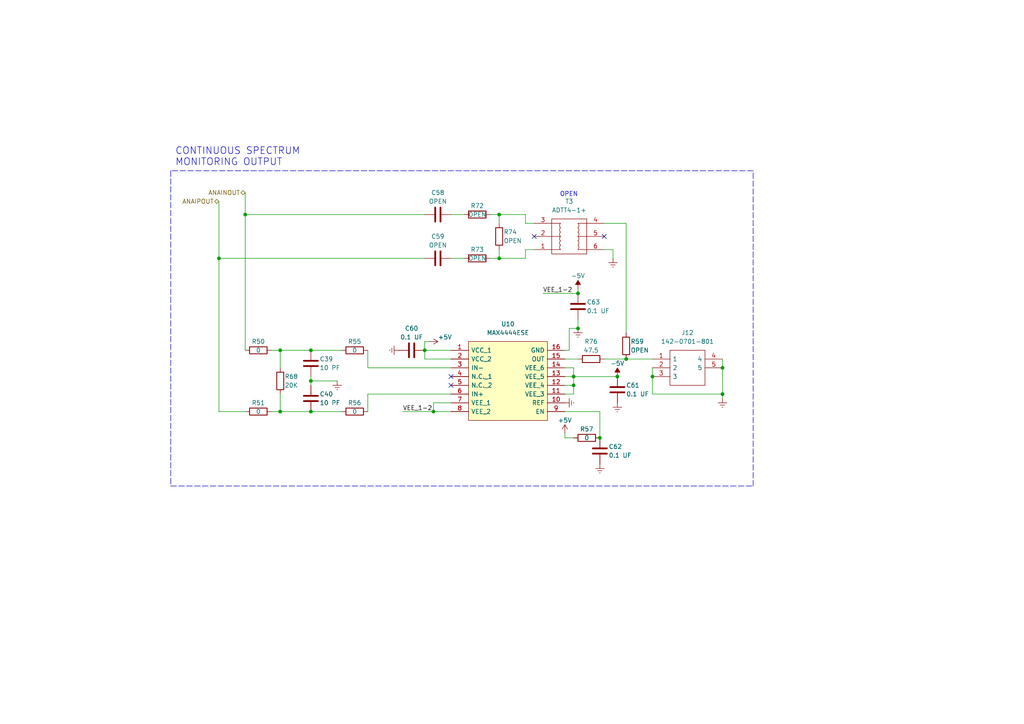
<source format=kicad_sch>
(kicad_sch (version 20211123) (generator eeschema)

  (uuid 684297f8-8ec8-482c-bd12-6daf07a178f7)

  (paper "A4")

  (title_block
    (company "Tim McEvoy/Virginia Tech")
  )

  (lib_symbols
    (symbol "142-0701-201:142-0701-201" (pin_names (offset 0.762)) (in_bom yes) (on_board yes)
      (property "Reference" "J" (id 0) (at 16.51 7.62 0)
        (effects (font (size 1.27 1.27)) (justify left))
      )
      (property "Value" "142-0701-201" (id 1) (at 16.51 5.08 0)
        (effects (font (size 1.27 1.27)) (justify left))
      )
      (property "Footprint" "1420701201" (id 2) (at 16.51 2.54 0)
        (effects (font (size 1.27 1.27)) (justify left) hide)
      )
      (property "Datasheet" "https://datasheet.datasheetarchive.com/originals/distributors/Datasheets_SAMA/f0edfbb4fd3b9d8af3607c026aa358ce.pdf" (id 3) (at 16.51 0 0)
        (effects (font (size 1.27 1.27)) (justify left) hide)
      )
      (property "Description" "JOHNSON - CINCH CONNECTIVITY - 142-0701-201 - RF COAXIAL, SMA, STRAIGHT JACK, 50OHM" (id 4) (at 16.51 -2.54 0)
        (effects (font (size 1.27 1.27)) (justify left) hide)
      )
      (property "Height" "9.52" (id 5) (at 16.51 -5.08 0)
        (effects (font (size 1.27 1.27)) (justify left) hide)
      )
      (property "Manufacturer_Name" "Cinch Connectivity Solutions" (id 6) (at 16.51 -7.62 0)
        (effects (font (size 1.27 1.27)) (justify left) hide)
      )
      (property "Manufacturer_Part_Number" "142-0701-201" (id 7) (at 16.51 -10.16 0)
        (effects (font (size 1.27 1.27)) (justify left) hide)
      )
      (property "Mouser Part Number" "530-142-0701-201" (id 8) (at 16.51 -12.7 0)
        (effects (font (size 1.27 1.27)) (justify left) hide)
      )
      (property "Mouser Price/Stock" "https://www.mouser.co.uk/ProductDetail/Johnson-Cinch-Connectivity-Solutions/142-0701-201?qs=sh18mOF39qY1deZe7h2WsQ%3D%3D" (id 9) (at 16.51 -15.24 0)
        (effects (font (size 1.27 1.27)) (justify left) hide)
      )
      (property "Arrow Part Number" "142-0701-201" (id 10) (at 16.51 -17.78 0)
        (effects (font (size 1.27 1.27)) (justify left) hide)
      )
      (property "Arrow Price/Stock" "https://www.arrow.com/en/products/142-0701-201/cinch-connectivity-solutions?region=nac" (id 11) (at 16.51 -20.32 0)
        (effects (font (size 1.27 1.27)) (justify left) hide)
      )
      (property "Mouser Testing Part Number" "" (id 12) (at 16.51 -22.86 0)
        (effects (font (size 1.27 1.27)) (justify left) hide)
      )
      (property "Mouser Testing Price/Stock" "" (id 13) (at 16.51 -25.4 0)
        (effects (font (size 1.27 1.27)) (justify left) hide)
      )
      (property "ki_description" "JOHNSON - CINCH CONNECTIVITY - 142-0701-201 - RF COAXIAL, SMA, STRAIGHT JACK, 50OHM" (id 14) (at 0 0 0)
        (effects (font (size 1.27 1.27)) hide)
      )
      (symbol "142-0701-201_0_0"
        (pin passive line (at 0 0 0) (length 5.08)
          (name "1" (effects (font (size 1.27 1.27))))
          (number "1" (effects (font (size 1.27 1.27))))
        )
        (pin passive line (at 0 -2.54 0) (length 5.08)
          (name "2" (effects (font (size 1.27 1.27))))
          (number "2" (effects (font (size 1.27 1.27))))
        )
        (pin passive line (at 0 -5.08 0) (length 5.08)
          (name "3" (effects (font (size 1.27 1.27))))
          (number "3" (effects (font (size 1.27 1.27))))
        )
        (pin passive line (at 20.32 0 180) (length 5.08)
          (name "4" (effects (font (size 1.27 1.27))))
          (number "4" (effects (font (size 1.27 1.27))))
        )
        (pin passive line (at 20.32 -2.54 180) (length 5.08)
          (name "5" (effects (font (size 1.27 1.27))))
          (number "5" (effects (font (size 1.27 1.27))))
        )
      )
      (symbol "142-0701-201_0_1"
        (polyline
          (pts
            (xy 5.08 2.54)
            (xy 15.24 2.54)
            (xy 15.24 -7.62)
            (xy 5.08 -7.62)
            (xy 5.08 2.54)
          )
          (stroke (width 0.1524) (type default) (color 0 0 0 0))
          (fill (type none))
        )
      )
    )
    (symbol "142-0701-201_1" (pin_names (offset 0.762)) (in_bom yes) (on_board yes)
      (property "Reference" "T?" (id 0) (at 10.16 7.62 0)
        (effects (font (size 1.27 1.27)))
      )
      (property "Value" "142-0701-201_1" (id 1) (at 10.16 5.08 0)
        (effects (font (size 1.27 1.27)))
      )
      (property "Footprint" "" (id 2) (at 16.51 2.54 0)
        (effects (font (size 1.27 1.27)) (justify left) hide)
      )
      (property "Datasheet" "" (id 3) (at 16.51 0 0)
        (effects (font (size 1.27 1.27)) (justify left) hide)
      )
      (property "Description" "" (id 4) (at 16.51 -2.54 0)
        (effects (font (size 1.27 1.27)) (justify left) hide)
      )
      (property "Height" "" (id 5) (at 16.51 -5.08 0)
        (effects (font (size 1.27 1.27)) (justify left) hide)
      )
      (property "Manufacturer_Name" "" (id 6) (at 16.51 -7.62 0)
        (effects (font (size 1.27 1.27)) (justify left) hide)
      )
      (property "Manufacturer_Part_Number" "" (id 7) (at 16.51 -10.16 0)
        (effects (font (size 1.27 1.27)) (justify left) hide)
      )
      (property "Mouser Part Number" "" (id 8) (at 16.51 -12.7 0)
        (effects (font (size 1.27 1.27)) (justify left) hide)
      )
      (property "Mouser Price/Stock" "" (id 9) (at 16.51 -15.24 0)
        (effects (font (size 1.27 1.27)) (justify left) hide)
      )
      (property "Arrow Part Number" "" (id 10) (at 16.51 -17.78 0)
        (effects (font (size 1.27 1.27)) (justify left) hide)
      )
      (property "Arrow Price/Stock" "" (id 11) (at 16.51 -20.32 0)
        (effects (font (size 1.27 1.27)) (justify left) hide)
      )
      (property "Mouser Testing Part Number" "" (id 12) (at 16.51 -22.86 0)
        (effects (font (size 1.27 1.27)) (justify left) hide)
      )
      (property "Mouser Testing Price/Stock" "" (id 13) (at 16.51 -25.4 0)
        (effects (font (size 1.27 1.27)) (justify left) hide)
      )
      (property "ki_description" "JOHNSON - CINCH CONNECTIVITY - 142-0701-201 - RF COAXIAL, SMA, STRAIGHT JACK, 50OHM" (id 14) (at 0 0 0)
        (effects (font (size 1.27 1.27)) hide)
      )
      (symbol "142-0701-201_1_0_0"
        (pin passive line (at 0 -6.35 0) (length 5.08)
          (name "" (effects (font (size 1.27 1.27))))
          (number "1" (effects (font (size 1.27 1.27))))
        )
        (pin passive line (at 0 -2.54 0) (length 5.08)
          (name "" (effects (font (size 1.27 1.27))))
          (number "2" (effects (font (size 1.27 1.27))))
        )
        (pin passive line (at 0 1.27 0) (length 5.08)
          (name "" (effects (font (size 1.27 1.27))))
          (number "3" (effects (font (size 1.27 1.27))))
        )
        (pin passive line (at 20.32 1.27 180) (length 5.08)
          (name "" (effects (font (size 1.27 1.27))))
          (number "4" (effects (font (size 1.27 1.27))))
        )
        (pin passive line (at 20.32 -2.54 180) (length 5.08)
          (name "" (effects (font (size 1.27 1.27))))
          (number "5" (effects (font (size 1.27 1.27))))
        )
        (pin passive line (at 20.32 -6.35 180) (length 5.08)
          (name "" (effects (font (size 1.27 1.27))))
          (number "6" (effects (font (size 1.27 1.27))))
        )
      )
      (symbol "142-0701-201_1_0_1"
        (polyline
          (pts
            (xy 5.08 -2.54)
            (xy 7.62 -2.54)
          )
          (stroke (width 0) (type default) (color 0 0 0 0))
          (fill (type none))
        )
        (polyline
          (pts
            (xy 5.08 1.27)
            (xy 7.62 1.27)
          )
          (stroke (width 0) (type default) (color 0 0 0 0))
          (fill (type none))
        )
        (polyline
          (pts
            (xy 7.62 -6.35)
            (xy 5.08 -6.35)
          )
          (stroke (width 0) (type default) (color 0 0 0 0))
          (fill (type none))
        )
        (polyline
          (pts
            (xy 12.7 -6.35)
            (xy 15.24 -6.35)
          )
          (stroke (width 0) (type default) (color 0 0 0 0))
          (fill (type none))
        )
        (polyline
          (pts
            (xy 15.24 -2.54)
            (xy 12.7 -2.54)
          )
          (stroke (width 0) (type default) (color 0 0 0 0))
          (fill (type none))
        )
        (polyline
          (pts
            (xy 15.24 1.27)
            (xy 12.7 1.27)
          )
          (stroke (width 0) (type default) (color 0 0 0 0))
          (fill (type none))
        )
        (polyline
          (pts
            (xy 5.08 2.54)
            (xy 15.24 2.54)
            (xy 15.24 -7.62)
            (xy 5.08 -7.62)
            (xy 5.08 2.54)
          )
          (stroke (width 0.1524) (type default) (color 0 0 0 0))
          (fill (type none))
        )
        (arc (start 7.62 -5.08) (mid 6.087 -5.715) (end 7.62 -6.35)
          (stroke (width 0) (type default) (color 0 0 0 0))
          (fill (type none))
        )
        (arc (start 7.62 -3.81) (mid 6.087 -4.445) (end 7.62 -5.08)
          (stroke (width 0) (type default) (color 0 0 0 0))
          (fill (type none))
        )
        (arc (start 7.62 -2.54) (mid 6.087 -3.175) (end 7.62 -3.81)
          (stroke (width 0) (type default) (color 0 0 0 0))
          (fill (type none))
        )
        (arc (start 7.62 -1.27) (mid 6.087 -1.905) (end 7.62 -2.54)
          (stroke (width 0) (type default) (color 0 0 0 0))
          (fill (type none))
        )
        (arc (start 7.62 0) (mid 6.087 -0.635) (end 7.62 -1.27)
          (stroke (width 0) (type default) (color 0 0 0 0))
          (fill (type none))
        )
        (arc (start 7.62 1.27) (mid 6.087 0.635) (end 7.62 0)
          (stroke (width 0) (type default) (color 0 0 0 0))
          (fill (type none))
        )
        (arc (start 12.7 -6.35) (mid 14.233 -5.715) (end 12.7 -5.08)
          (stroke (width 0) (type default) (color 0 0 0 0))
          (fill (type none))
        )
        (arc (start 12.7 -5.08) (mid 14.233 -4.445) (end 12.7 -3.81)
          (stroke (width 0) (type default) (color 0 0 0 0))
          (fill (type none))
        )
        (arc (start 12.7 -3.81) (mid 14.233 -3.175) (end 12.7 -2.54)
          (stroke (width 0) (type default) (color 0 0 0 0))
          (fill (type none))
        )
        (arc (start 12.7 -2.54) (mid 14.233 -1.905) (end 12.7 -1.27)
          (stroke (width 0) (type default) (color 0 0 0 0))
          (fill (type none))
        )
        (arc (start 12.7 -1.27) (mid 14.233 -0.635) (end 12.7 0)
          (stroke (width 0) (type default) (color 0 0 0 0))
          (fill (type none))
        )
        (arc (start 12.7 0) (mid 14.233 0.635) (end 12.7 1.27)
          (stroke (width 0) (type default) (color 0 0 0 0))
          (fill (type none))
        )
      )
    )
    (symbol "Device:C" (pin_numbers hide) (pin_names (offset 0.254)) (in_bom yes) (on_board yes)
      (property "Reference" "C" (id 0) (at 0.635 2.54 0)
        (effects (font (size 1.27 1.27)) (justify left))
      )
      (property "Value" "C" (id 1) (at 0.635 -2.54 0)
        (effects (font (size 1.27 1.27)) (justify left))
      )
      (property "Footprint" "" (id 2) (at 0.9652 -3.81 0)
        (effects (font (size 1.27 1.27)) hide)
      )
      (property "Datasheet" "~" (id 3) (at 0 0 0)
        (effects (font (size 1.27 1.27)) hide)
      )
      (property "ki_keywords" "cap capacitor" (id 4) (at 0 0 0)
        (effects (font (size 1.27 1.27)) hide)
      )
      (property "ki_description" "Unpolarized capacitor" (id 5) (at 0 0 0)
        (effects (font (size 1.27 1.27)) hide)
      )
      (property "ki_fp_filters" "C_*" (id 6) (at 0 0 0)
        (effects (font (size 1.27 1.27)) hide)
      )
      (symbol "C_0_1"
        (polyline
          (pts
            (xy -2.032 -0.762)
            (xy 2.032 -0.762)
          )
          (stroke (width 0.508) (type default) (color 0 0 0 0))
          (fill (type none))
        )
        (polyline
          (pts
            (xy -2.032 0.762)
            (xy 2.032 0.762)
          )
          (stroke (width 0.508) (type default) (color 0 0 0 0))
          (fill (type none))
        )
      )
      (symbol "C_1_1"
        (pin passive line (at 0 3.81 270) (length 2.794)
          (name "~" (effects (font (size 1.27 1.27))))
          (number "1" (effects (font (size 1.27 1.27))))
        )
        (pin passive line (at 0 -3.81 90) (length 2.794)
          (name "~" (effects (font (size 1.27 1.27))))
          (number "2" (effects (font (size 1.27 1.27))))
        )
      )
    )
    (symbol "Device:R" (pin_numbers hide) (pin_names (offset 0)) (in_bom yes) (on_board yes)
      (property "Reference" "R" (id 0) (at 2.032 0 90)
        (effects (font (size 1.27 1.27)))
      )
      (property "Value" "R" (id 1) (at 0 0 90)
        (effects (font (size 1.27 1.27)))
      )
      (property "Footprint" "" (id 2) (at -1.778 0 90)
        (effects (font (size 1.27 1.27)) hide)
      )
      (property "Datasheet" "~" (id 3) (at 0 0 0)
        (effects (font (size 1.27 1.27)) hide)
      )
      (property "ki_keywords" "R res resistor" (id 4) (at 0 0 0)
        (effects (font (size 1.27 1.27)) hide)
      )
      (property "ki_description" "Resistor" (id 5) (at 0 0 0)
        (effects (font (size 1.27 1.27)) hide)
      )
      (property "ki_fp_filters" "R_*" (id 6) (at 0 0 0)
        (effects (font (size 1.27 1.27)) hide)
      )
      (symbol "R_0_1"
        (rectangle (start -1.016 -2.54) (end 1.016 2.54)
          (stroke (width 0.254) (type default) (color 0 0 0 0))
          (fill (type none))
        )
      )
      (symbol "R_1_1"
        (pin passive line (at 0 3.81 270) (length 1.27)
          (name "~" (effects (font (size 1.27 1.27))))
          (number "1" (effects (font (size 1.27 1.27))))
        )
        (pin passive line (at 0 -3.81 90) (length 1.27)
          (name "~" (effects (font (size 1.27 1.27))))
          (number "2" (effects (font (size 1.27 1.27))))
        )
      )
    )
    (symbol "MAX4444ESE+:MAX4444ESE+" (pin_names (offset 0.762)) (in_bom yes) (on_board yes)
      (property "Reference" "U10" (id 0) (at 16.51 7.62 0)
        (effects (font (size 1.27 1.27)))
      )
      (property "Value" "MAX4444ESE" (id 1) (at 16.51 5.08 0)
        (effects (font (size 1.27 1.27)))
      )
      (property "Footprint" "SOIC127P600X175-16N" (id 2) (at 29.21 2.54 0)
        (effects (font (size 1.27 1.27)) (justify left) hide)
      )
      (property "Datasheet" "https://datasheet.datasheetarchive.com/originals/distributors/Datasheets-18/DSA-341081.pdf" (id 3) (at 29.21 0 0)
        (effects (font (size 1.27 1.27)) (justify left) hide)
      )
      (property "Description" "Differential-to-Single Receiver SOIC16" (id 4) (at 29.21 -2.54 0)
        (effects (font (size 1.27 1.27)) (justify left) hide)
      )
      (property "Height" "1.75" (id 5) (at 29.21 -5.08 0)
        (effects (font (size 1.27 1.27)) (justify left) hide)
      )
      (property "Manufacturer_Name" "Analog Devices" (id 6) (at 29.21 -7.62 0)
        (effects (font (size 1.27 1.27)) (justify left) hide)
      )
      (property "Manufacturer_Part_Number" "MAX4444ESE+" (id 7) (at 29.21 -10.16 0)
        (effects (font (size 1.27 1.27)) (justify left) hide)
      )
      (property "Mouser Part Number" "700-MAX4444ESE" (id 8) (at 29.21 -12.7 0)
        (effects (font (size 1.27 1.27)) (justify left) hide)
      )
      (property "Mouser Price/Stock" "https://www.mouser.co.uk/ProductDetail/Maxim-Integrated/MAX4444ESE%2b?qs=LHmEVA8xxfawvSRfDBn%2F9g%3D%3D" (id 9) (at 29.21 -15.24 0)
        (effects (font (size 1.27 1.27)) (justify left) hide)
      )
      (property "Arrow Part Number" "MAX4444ESE+" (id 10) (at 29.21 -17.78 0)
        (effects (font (size 1.27 1.27)) (justify left) hide)
      )
      (property "Arrow Price/Stock" "https://www.arrow.com/en/products/max4444ese/maxim-integrated?region=nac" (id 11) (at 29.21 -20.32 0)
        (effects (font (size 1.27 1.27)) (justify left) hide)
      )
      (property "Mouser Testing Part Number" "" (id 12) (at 29.21 -22.86 0)
        (effects (font (size 1.27 1.27)) (justify left) hide)
      )
      (property "Mouser Testing Price/Stock" "" (id 13) (at 29.21 -25.4 0)
        (effects (font (size 1.27 1.27)) (justify left) hide)
      )
      (property "ki_description" "Differential-to-Single Receiver SOIC16" (id 14) (at 0 0 0)
        (effects (font (size 1.27 1.27)) hide)
      )
      (symbol "MAX4444ESE+_0_0"
        (pin passive line (at 0 0 0) (length 5.08)
          (name "VCC_1" (effects (font (size 1.27 1.27))))
          (number "1" (effects (font (size 1.27 1.27))))
        )
        (pin passive line (at 33.02 -15.24 180) (length 5.08)
          (name "REF" (effects (font (size 1.27 1.27))))
          (number "10" (effects (font (size 1.27 1.27))))
        )
        (pin passive line (at 33.02 -12.7 180) (length 5.08)
          (name "VEE_3" (effects (font (size 1.27 1.27))))
          (number "11" (effects (font (size 1.27 1.27))))
        )
        (pin passive line (at 33.02 -10.16 180) (length 5.08)
          (name "VEE_4" (effects (font (size 1.27 1.27))))
          (number "12" (effects (font (size 1.27 1.27))))
        )
        (pin passive line (at 33.02 -7.62 180) (length 5.08)
          (name "VEE_5" (effects (font (size 1.27 1.27))))
          (number "13" (effects (font (size 1.27 1.27))))
        )
        (pin passive line (at 33.02 -5.08 180) (length 5.08)
          (name "VEE_6" (effects (font (size 1.27 1.27))))
          (number "14" (effects (font (size 1.27 1.27))))
        )
        (pin passive line (at 33.02 -2.54 180) (length 5.08)
          (name "OUT" (effects (font (size 1.27 1.27))))
          (number "15" (effects (font (size 1.27 1.27))))
        )
        (pin passive line (at 33.02 0 180) (length 5.08)
          (name "GND" (effects (font (size 1.27 1.27))))
          (number "16" (effects (font (size 1.27 1.27))))
        )
        (pin passive line (at 0 -2.54 0) (length 5.08)
          (name "VCC_2" (effects (font (size 1.27 1.27))))
          (number "2" (effects (font (size 1.27 1.27))))
        )
        (pin passive line (at 0 -5.08 0) (length 5.08)
          (name "IN-" (effects (font (size 1.27 1.27))))
          (number "3" (effects (font (size 1.27 1.27))))
        )
        (pin passive line (at 0 -7.62 0) (length 5.08)
          (name "N.C._1" (effects (font (size 1.27 1.27))))
          (number "4" (effects (font (size 1.27 1.27))))
        )
        (pin passive line (at 0 -10.16 0) (length 5.08)
          (name "N.C._2" (effects (font (size 1.27 1.27))))
          (number "5" (effects (font (size 1.27 1.27))))
        )
        (pin passive line (at 0 -12.7 0) (length 5.08)
          (name "IN+" (effects (font (size 1.27 1.27))))
          (number "6" (effects (font (size 1.27 1.27))))
        )
        (pin passive line (at 0 -15.24 0) (length 5.08)
          (name "VEE_1" (effects (font (size 1.27 1.27))))
          (number "7" (effects (font (size 1.27 1.27))))
        )
        (pin passive line (at 0 -17.78 0) (length 5.08)
          (name "VEE_2" (effects (font (size 1.27 1.27))))
          (number "8" (effects (font (size 1.27 1.27))))
        )
        (pin passive line (at 33.02 -17.78 180) (length 5.08)
          (name "EN" (effects (font (size 1.27 1.27))))
          (number "9" (effects (font (size 1.27 1.27))))
        )
      )
      (symbol "MAX4444ESE+_0_1"
        (polyline
          (pts
            (xy 5.08 2.54)
            (xy 27.94 2.54)
            (xy 27.94 -20.32)
            (xy 5.08 -20.32)
            (xy 5.08 2.54)
          )
          (stroke (width 0.1524) (type default) (color 0 0 0 0))
          (fill (type background))
        )
      )
    )
    (symbol "power:+5V" (power) (pin_names (offset 0)) (in_bom yes) (on_board yes)
      (property "Reference" "#PWR" (id 0) (at 0 -3.81 0)
        (effects (font (size 1.27 1.27)) hide)
      )
      (property "Value" "+5V" (id 1) (at 0 3.556 0)
        (effects (font (size 1.27 1.27)))
      )
      (property "Footprint" "" (id 2) (at 0 0 0)
        (effects (font (size 1.27 1.27)) hide)
      )
      (property "Datasheet" "" (id 3) (at 0 0 0)
        (effects (font (size 1.27 1.27)) hide)
      )
      (property "ki_keywords" "power-flag" (id 4) (at 0 0 0)
        (effects (font (size 1.27 1.27)) hide)
      )
      (property "ki_description" "Power symbol creates a global label with name \"+5V\"" (id 5) (at 0 0 0)
        (effects (font (size 1.27 1.27)) hide)
      )
      (symbol "+5V_0_1"
        (polyline
          (pts
            (xy -0.762 1.27)
            (xy 0 2.54)
          )
          (stroke (width 0) (type default) (color 0 0 0 0))
          (fill (type none))
        )
        (polyline
          (pts
            (xy 0 0)
            (xy 0 2.54)
          )
          (stroke (width 0) (type default) (color 0 0 0 0))
          (fill (type none))
        )
        (polyline
          (pts
            (xy 0 2.54)
            (xy 0.762 1.27)
          )
          (stroke (width 0) (type default) (color 0 0 0 0))
          (fill (type none))
        )
      )
      (symbol "+5V_1_1"
        (pin power_in line (at 0 0 90) (length 0) hide
          (name "+5V" (effects (font (size 1.27 1.27))))
          (number "1" (effects (font (size 1.27 1.27))))
        )
      )
    )
    (symbol "power:-5V" (power) (pin_names (offset 0)) (in_bom yes) (on_board yes)
      (property "Reference" "#PWR" (id 0) (at 0 2.54 0)
        (effects (font (size 1.27 1.27)) hide)
      )
      (property "Value" "-5V" (id 1) (at 0 3.81 0)
        (effects (font (size 1.27 1.27)))
      )
      (property "Footprint" "" (id 2) (at 0 0 0)
        (effects (font (size 1.27 1.27)) hide)
      )
      (property "Datasheet" "" (id 3) (at 0 0 0)
        (effects (font (size 1.27 1.27)) hide)
      )
      (property "ki_keywords" "power-flag" (id 4) (at 0 0 0)
        (effects (font (size 1.27 1.27)) hide)
      )
      (property "ki_description" "Power symbol creates a global label with name \"-5V\"" (id 5) (at 0 0 0)
        (effects (font (size 1.27 1.27)) hide)
      )
      (symbol "-5V_0_0"
        (pin power_in line (at 0 0 90) (length 0) hide
          (name "-5V" (effects (font (size 1.27 1.27))))
          (number "1" (effects (font (size 1.27 1.27))))
        )
      )
      (symbol "-5V_0_1"
        (polyline
          (pts
            (xy 0 0)
            (xy 0 1.27)
            (xy 0.762 1.27)
            (xy 0 2.54)
            (xy -0.762 1.27)
            (xy 0 1.27)
          )
          (stroke (width 0) (type default) (color 0 0 0 0))
          (fill (type outline))
        )
      )
    )
    (symbol "power:Earth" (power) (pin_names (offset 0)) (in_bom yes) (on_board yes)
      (property "Reference" "#PWR" (id 0) (at 0 -6.35 0)
        (effects (font (size 1.27 1.27)) hide)
      )
      (property "Value" "Earth" (id 1) (at 0 -3.81 0)
        (effects (font (size 1.27 1.27)) hide)
      )
      (property "Footprint" "" (id 2) (at 0 0 0)
        (effects (font (size 1.27 1.27)) hide)
      )
      (property "Datasheet" "~" (id 3) (at 0 0 0)
        (effects (font (size 1.27 1.27)) hide)
      )
      (property "ki_keywords" "power-flag ground gnd" (id 4) (at 0 0 0)
        (effects (font (size 1.27 1.27)) hide)
      )
      (property "ki_description" "Power symbol creates a global label with name \"Earth\"" (id 5) (at 0 0 0)
        (effects (font (size 1.27 1.27)) hide)
      )
      (symbol "Earth_0_1"
        (polyline
          (pts
            (xy -0.635 -1.905)
            (xy 0.635 -1.905)
          )
          (stroke (width 0) (type default) (color 0 0 0 0))
          (fill (type none))
        )
        (polyline
          (pts
            (xy -0.127 -2.54)
            (xy 0.127 -2.54)
          )
          (stroke (width 0) (type default) (color 0 0 0 0))
          (fill (type none))
        )
        (polyline
          (pts
            (xy 0 -1.27)
            (xy 0 0)
          )
          (stroke (width 0) (type default) (color 0 0 0 0))
          (fill (type none))
        )
        (polyline
          (pts
            (xy 1.27 -1.27)
            (xy -1.27 -1.27)
          )
          (stroke (width 0) (type default) (color 0 0 0 0))
          (fill (type none))
        )
      )
      (symbol "Earth_1_1"
        (pin power_in line (at 0 0 270) (length 0) hide
          (name "Earth" (effects (font (size 1.27 1.27))))
          (number "1" (effects (font (size 1.27 1.27))))
        )
      )
    )
  )

  (junction (at 173.99 127) (diameter 0) (color 0 0 0 0)
    (uuid 19633c5e-abaa-428b-8497-50fb4f709ebd)
  )
  (junction (at 90.17 119.38) (diameter 0) (color 0 0 0 0)
    (uuid 2039aabd-0c13-4e57-b4b1-8e99e0acb980)
  )
  (junction (at 81.28 119.38) (diameter 0) (color 0 0 0 0)
    (uuid 23bc8b3d-2132-4c92-9b59-611db0cc7b1c)
  )
  (junction (at 166.37 109.22) (diameter 0) (color 0 0 0 0)
    (uuid 3edca38f-cda5-488f-89f0-58d6501b21c6)
  )
  (junction (at 81.28 101.6) (diameter 0) (color 0 0 0 0)
    (uuid 603d8990-0dab-4daa-9e83-0f3aea30ed2b)
  )
  (junction (at 71.12 62.23) (diameter 0) (color 0 0 0 0)
    (uuid 637bb1c1-c3a7-495c-9020-0b3f649a3a0e)
  )
  (junction (at 179.07 109.22) (diameter 0) (color 0 0 0 0)
    (uuid 63c75abb-da8c-4241-aa04-91263525e2ef)
  )
  (junction (at 63.5 74.93) (diameter 0) (color 0 0 0 0)
    (uuid 6d87e816-f9f0-4da4-aaa2-324c095c282c)
  )
  (junction (at 90.17 101.6) (diameter 0) (color 0 0 0 0)
    (uuid 910d8535-47ec-454e-97cf-b1f2bfc85c08)
  )
  (junction (at 144.78 74.93) (diameter 0) (color 0 0 0 0)
    (uuid 990e4ae4-9685-4201-bbfa-894c35e61d0e)
  )
  (junction (at 167.64 85.09) (diameter 0) (color 0 0 0 0)
    (uuid a55cd0be-fd0b-4321-9a2b-237955d7cac2)
  )
  (junction (at 167.64 95.25) (diameter 0) (color 0 0 0 0)
    (uuid b5999777-d861-4783-ab2a-eb3aeb0d2caa)
  )
  (junction (at 209.55 114.3) (diameter 0) (color 0 0 0 0)
    (uuid b7d4a4d6-c0e3-49d4-a5c5-18e448b3275a)
  )
  (junction (at 123.19 101.6) (diameter 0) (color 0 0 0 0)
    (uuid b82d2716-d27a-4721-93b3-5d287f6ad90d)
  )
  (junction (at 181.61 104.14) (diameter 0) (color 0 0 0 0)
    (uuid d17806fd-5f45-49c5-b05f-492859f20d86)
  )
  (junction (at 189.23 109.22) (diameter 0) (color 0 0 0 0)
    (uuid d5826b21-3144-4424-b47e-038ceee3c33e)
  )
  (junction (at 125.73 119.38) (diameter 0) (color 0 0 0 0)
    (uuid d725c29d-939f-4a87-9278-955f46587190)
  )
  (junction (at 166.37 111.76) (diameter 0) (color 0 0 0 0)
    (uuid daf011fb-3bc5-4450-838d-de7edbc8279b)
  )
  (junction (at 144.78 62.23) (diameter 0) (color 0 0 0 0)
    (uuid deba6524-c1cd-42f1-b56a-7bafc31c6d2f)
  )
  (junction (at 209.55 106.68) (diameter 0) (color 0 0 0 0)
    (uuid ee8e717a-fa65-4647-9602-d17e6c1378c6)
  )
  (junction (at 90.17 110.49) (diameter 0) (color 0 0 0 0)
    (uuid f1dbbebb-ffaf-4c4b-8426-f3ed33cb922d)
  )

  (no_connect (at 130.81 111.76) (uuid 15a8d34c-41b1-43af-bf48-6fc607a22ac3))
  (no_connect (at 130.81 109.22) (uuid 37ae8f73-222e-42cb-9e69-07d426098c33))
  (no_connect (at 175.26 68.58) (uuid 7e8e9698-f9b3-4204-887c-2800288123e5))
  (no_connect (at 154.94 68.58) (uuid b0472d12-b32b-4019-97aa-e0b5d9dbc42d))

  (wire (pts (xy 71.12 119.38) (xy 63.5 119.38))
    (stroke (width 0) (type default) (color 0 0 0 0))
    (uuid 061dad42-cada-4dae-bac5-7659a7de8116)
  )
  (wire (pts (xy 167.64 92.71) (xy 167.64 95.25))
    (stroke (width 0) (type default) (color 0 0 0 0))
    (uuid 0636f478-c186-4e55-b2d2-3df6720c7362)
  )
  (wire (pts (xy 81.28 119.38) (xy 90.17 119.38))
    (stroke (width 0) (type default) (color 0 0 0 0))
    (uuid 08b77fa1-87cc-4c3f-be4e-d737c2ec9638)
  )
  (wire (pts (xy 163.83 114.3) (xy 166.37 114.3))
    (stroke (width 0) (type default) (color 0 0 0 0))
    (uuid 09c6dc63-b76a-4b7e-b21a-72d02cf0d158)
  )
  (wire (pts (xy 90.17 109.22) (xy 90.17 110.49))
    (stroke (width 0) (type default) (color 0 0 0 0))
    (uuid 0cc497fa-f1b4-4058-9509-f6781f31c54c)
  )
  (wire (pts (xy 123.19 101.6) (xy 130.81 101.6))
    (stroke (width 0) (type default) (color 0 0 0 0))
    (uuid 0de548fa-17e2-4ebb-b278-c87b0beba5b9)
  )
  (wire (pts (xy 63.5 74.93) (xy 63.5 119.38))
    (stroke (width 0) (type default) (color 0 0 0 0))
    (uuid 13c4944b-a432-42f7-b4c7-7258b7242f3e)
  )
  (wire (pts (xy 130.81 106.68) (xy 106.68 106.68))
    (stroke (width 0) (type default) (color 0 0 0 0))
    (uuid 163a632c-d6ab-4be2-964f-a10757ed0f16)
  )
  (wire (pts (xy 63.5 58.42) (xy 63.5 74.93))
    (stroke (width 0) (type default) (color 0 0 0 0))
    (uuid 1e25cef7-7e10-4f45-b667-424c7b9ccfb9)
  )
  (wire (pts (xy 125.73 116.84) (xy 130.81 116.84))
    (stroke (width 0) (type default) (color 0 0 0 0))
    (uuid 2671efe0-8cd1-4d98-a034-4f1581e602de)
  )
  (wire (pts (xy 125.73 119.38) (xy 125.73 116.84))
    (stroke (width 0) (type default) (color 0 0 0 0))
    (uuid 2e9bb9d0-e6f0-4174-b8a5-ba405a7e6481)
  )
  (wire (pts (xy 165.1 95.25) (xy 167.64 95.25))
    (stroke (width 0) (type default) (color 0 0 0 0))
    (uuid 358d1b0d-5a54-43d4-9588-3677010a7f81)
  )
  (wire (pts (xy 71.12 55.88) (xy 71.12 62.23))
    (stroke (width 0) (type default) (color 0 0 0 0))
    (uuid 375ae2f3-c3fa-4d34-acab-28073c0fd49d)
  )
  (wire (pts (xy 181.61 104.14) (xy 189.23 104.14))
    (stroke (width 0) (type default) (color 0 0 0 0))
    (uuid 377b55e8-b669-4333-822c-c15b669e696c)
  )
  (wire (pts (xy 71.12 62.23) (xy 71.12 101.6))
    (stroke (width 0) (type default) (color 0 0 0 0))
    (uuid 37a16b87-c411-4f79-b82d-a0efdb388a7f)
  )
  (wire (pts (xy 130.81 119.38) (xy 125.73 119.38))
    (stroke (width 0) (type default) (color 0 0 0 0))
    (uuid 37b29d95-b80a-4575-a6e8-3dc773a54bf2)
  )
  (wire (pts (xy 81.28 101.6) (xy 81.28 106.68))
    (stroke (width 0) (type default) (color 0 0 0 0))
    (uuid 39cd7750-b7b3-465a-b239-0463a7549060)
  )
  (wire (pts (xy 130.81 62.23) (xy 134.62 62.23))
    (stroke (width 0) (type default) (color 0 0 0 0))
    (uuid 40cb0056-8036-4d6b-944b-5b8005153ce4)
  )
  (wire (pts (xy 81.28 101.6) (xy 90.17 101.6))
    (stroke (width 0) (type default) (color 0 0 0 0))
    (uuid 4476b7dc-a011-468e-968c-7ee3464c0872)
  )
  (wire (pts (xy 78.74 119.38) (xy 81.28 119.38))
    (stroke (width 0) (type default) (color 0 0 0 0))
    (uuid 4593d945-4cb0-4ed4-821e-71cc285e5895)
  )
  (wire (pts (xy 181.61 96.52) (xy 181.61 64.77))
    (stroke (width 0) (type default) (color 0 0 0 0))
    (uuid 496d215b-153e-492d-bb33-4ad7f8eaa00c)
  )
  (wire (pts (xy 144.78 74.93) (xy 152.4 74.93))
    (stroke (width 0) (type default) (color 0 0 0 0))
    (uuid 5062d572-d1f9-423c-b226-de36f7a3398b)
  )
  (wire (pts (xy 209.55 114.3) (xy 209.55 115.57))
    (stroke (width 0) (type default) (color 0 0 0 0))
    (uuid 5b720827-43d4-4a18-9762-34fb409a3019)
  )
  (wire (pts (xy 175.26 104.14) (xy 181.61 104.14))
    (stroke (width 0) (type default) (color 0 0 0 0))
    (uuid 5d0c340a-865b-4e7d-b80f-b8635c55357f)
  )
  (wire (pts (xy 142.24 74.93) (xy 144.78 74.93))
    (stroke (width 0) (type default) (color 0 0 0 0))
    (uuid 632a3197-2b60-4986-8af9-496bf8f142c4)
  )
  (polyline (pts (xy 49.53 49.53) (xy 49.53 140.97))
    (stroke (width 0) (type default) (color 0 0 0 0))
    (uuid 6894b96c-9aca-4adc-bc1d-407b080b2135)
  )

  (wire (pts (xy 90.17 101.6) (xy 99.06 101.6))
    (stroke (width 0) (type default) (color 0 0 0 0))
    (uuid 6bcee035-2766-4a23-bfa1-c1d84389d9cd)
  )
  (wire (pts (xy 130.81 74.93) (xy 134.62 74.93))
    (stroke (width 0) (type default) (color 0 0 0 0))
    (uuid 6fe796c2-3d81-4517-a846-d163f3e326ed)
  )
  (wire (pts (xy 173.99 119.38) (xy 173.99 127))
    (stroke (width 0) (type default) (color 0 0 0 0))
    (uuid 73385c91-2ab4-43ab-b594-333938c2fce1)
  )
  (wire (pts (xy 123.19 99.06) (xy 124.46 99.06))
    (stroke (width 0) (type default) (color 0 0 0 0))
    (uuid 779112aa-7156-48e7-aa64-aab9e286bed8)
  )
  (wire (pts (xy 152.4 62.23) (xy 152.4 64.77))
    (stroke (width 0) (type default) (color 0 0 0 0))
    (uuid 7985d65b-6c07-4294-88e4-327fa71f6075)
  )
  (wire (pts (xy 63.5 74.93) (xy 123.19 74.93))
    (stroke (width 0) (type default) (color 0 0 0 0))
    (uuid 7be1162a-54c0-40f7-8f56-cc5bd2cc7c26)
  )
  (polyline (pts (xy 49.53 140.97) (xy 218.44 140.97))
    (stroke (width 0) (type default) (color 0 0 0 0))
    (uuid 7e1640e2-c1e4-4f2a-b2b2-0b860fab99a1)
  )

  (wire (pts (xy 90.17 110.49) (xy 90.17 111.76))
    (stroke (width 0) (type default) (color 0 0 0 0))
    (uuid 8331e37c-ba6b-42bf-8aea-d0d053731ab7)
  )
  (wire (pts (xy 163.83 111.76) (xy 166.37 111.76))
    (stroke (width 0) (type default) (color 0 0 0 0))
    (uuid 89a7334a-a2e7-4af6-9b01-7460c1f4f18f)
  )
  (wire (pts (xy 123.19 101.6) (xy 123.19 99.06))
    (stroke (width 0) (type default) (color 0 0 0 0))
    (uuid 8e87d815-f75f-4aed-b29e-d05b62903acd)
  )
  (wire (pts (xy 166.37 109.22) (xy 166.37 111.76))
    (stroke (width 0) (type default) (color 0 0 0 0))
    (uuid 8edcd5dc-5131-4346-a18a-7a548158d51d)
  )
  (wire (pts (xy 166.37 127) (xy 163.83 127))
    (stroke (width 0) (type default) (color 0 0 0 0))
    (uuid 90372d53-896d-4090-9cd2-867fd267567c)
  )
  (wire (pts (xy 130.81 114.3) (xy 106.68 114.3))
    (stroke (width 0) (type default) (color 0 0 0 0))
    (uuid 90974fff-255a-457a-b0ee-83e01fd946b7)
  )
  (wire (pts (xy 154.94 72.39) (xy 152.4 72.39))
    (stroke (width 0) (type default) (color 0 0 0 0))
    (uuid 91d3173b-32c0-43e4-9c49-891ee675556f)
  )
  (wire (pts (xy 165.1 101.6) (xy 165.1 95.25))
    (stroke (width 0) (type default) (color 0 0 0 0))
    (uuid 9a292232-f286-45eb-9ff8-da7a29da5a7a)
  )
  (wire (pts (xy 90.17 119.38) (xy 99.06 119.38))
    (stroke (width 0) (type default) (color 0 0 0 0))
    (uuid 9ce54e3d-f5f7-41b9-b4fa-5e3b782018cc)
  )
  (wire (pts (xy 142.24 62.23) (xy 144.78 62.23))
    (stroke (width 0) (type default) (color 0 0 0 0))
    (uuid 9f2a9e4b-7668-41f9-a81c-c47d7fda7a5a)
  )
  (wire (pts (xy 144.78 62.23) (xy 152.4 62.23))
    (stroke (width 0) (type default) (color 0 0 0 0))
    (uuid a6b80395-6976-4886-b334-2a3bec7a64a0)
  )
  (wire (pts (xy 189.23 114.3) (xy 209.55 114.3))
    (stroke (width 0) (type default) (color 0 0 0 0))
    (uuid a719a17e-156b-4a81-9649-b39582421657)
  )
  (wire (pts (xy 163.83 104.14) (xy 167.64 104.14))
    (stroke (width 0) (type default) (color 0 0 0 0))
    (uuid a99a2cee-e423-46fe-a072-5bfc54fd2571)
  )
  (wire (pts (xy 209.55 104.14) (xy 209.55 106.68))
    (stroke (width 0) (type default) (color 0 0 0 0))
    (uuid ab87160c-1cd7-423d-9649-8d36442cde4b)
  )
  (wire (pts (xy 175.26 72.39) (xy 177.8 72.39))
    (stroke (width 0) (type default) (color 0 0 0 0))
    (uuid aba2bc03-5ab6-46b9-bab4-1c54a24a73e5)
  )
  (wire (pts (xy 163.83 106.68) (xy 166.37 106.68))
    (stroke (width 0) (type default) (color 0 0 0 0))
    (uuid abd07e05-19b8-4167-929d-6b060c9f51ad)
  )
  (wire (pts (xy 166.37 109.22) (xy 179.07 109.22))
    (stroke (width 0) (type default) (color 0 0 0 0))
    (uuid acc330a8-dd81-43c9-b0f2-aa98d15415ba)
  )
  (wire (pts (xy 209.55 114.3) (xy 209.55 106.68))
    (stroke (width 0) (type default) (color 0 0 0 0))
    (uuid af34517b-cded-4168-ab41-4e6021854b97)
  )
  (wire (pts (xy 166.37 111.76) (xy 166.37 114.3))
    (stroke (width 0) (type default) (color 0 0 0 0))
    (uuid b05ca75f-6d04-4984-8e3e-0a27e18d30d8)
  )
  (wire (pts (xy 144.78 62.23) (xy 144.78 64.77))
    (stroke (width 0) (type default) (color 0 0 0 0))
    (uuid b337e7a0-a5e3-4c5d-bac9-866d05183618)
  )
  (wire (pts (xy 152.4 72.39) (xy 152.4 74.93))
    (stroke (width 0) (type default) (color 0 0 0 0))
    (uuid b3bcf627-aae7-4bec-9405-84fba2eeac9d)
  )
  (wire (pts (xy 163.83 119.38) (xy 173.99 119.38))
    (stroke (width 0) (type default) (color 0 0 0 0))
    (uuid b405f3d3-cc05-4b7d-a22d-ffeaa6bb33da)
  )
  (wire (pts (xy 90.17 110.49) (xy 97.79 110.49))
    (stroke (width 0) (type default) (color 0 0 0 0))
    (uuid baabf550-ad33-4c95-9154-b85a0bcfca14)
  )
  (wire (pts (xy 123.19 62.23) (xy 71.12 62.23))
    (stroke (width 0) (type default) (color 0 0 0 0))
    (uuid bcb9d672-1c93-4498-9927-0de0ca42467c)
  )
  (wire (pts (xy 163.83 109.22) (xy 166.37 109.22))
    (stroke (width 0) (type default) (color 0 0 0 0))
    (uuid bd6fa95a-cd8b-4d88-9eb8-a71fa296804b)
  )
  (wire (pts (xy 123.19 104.14) (xy 123.19 101.6))
    (stroke (width 0) (type default) (color 0 0 0 0))
    (uuid c6ef51b6-903d-4d97-8089-29dabb87a64d)
  )
  (wire (pts (xy 177.8 72.39) (xy 177.8 74.93))
    (stroke (width 0) (type default) (color 0 0 0 0))
    (uuid c7bf07c1-2631-43c4-8aba-2d6422226266)
  )
  (wire (pts (xy 106.68 106.68) (xy 106.68 101.6))
    (stroke (width 0) (type default) (color 0 0 0 0))
    (uuid c89b1c5f-87ad-465b-af3e-7536f37139ac)
  )
  (wire (pts (xy 163.83 101.6) (xy 165.1 101.6))
    (stroke (width 0) (type default) (color 0 0 0 0))
    (uuid cdfdea1c-0ca7-4067-982b-794f951c5aeb)
  )
  (wire (pts (xy 157.48 85.09) (xy 167.64 85.09))
    (stroke (width 0) (type default) (color 0 0 0 0))
    (uuid cfcacf4a-9026-40e4-96fa-062d31e40af9)
  )
  (wire (pts (xy 189.23 106.68) (xy 189.23 109.22))
    (stroke (width 0) (type default) (color 0 0 0 0))
    (uuid d158b719-55a2-429c-bfc2-93c62e8916d7)
  )
  (polyline (pts (xy 218.44 49.53) (xy 49.53 49.53))
    (stroke (width 0) (type default) (color 0 0 0 0))
    (uuid d2243b78-eca1-49c7-9dda-39b7eb8df4f8)
  )

  (wire (pts (xy 189.23 109.22) (xy 189.23 114.3))
    (stroke (width 0) (type default) (color 0 0 0 0))
    (uuid d6746877-e2c9-4859-bc04-342cc9028914)
  )
  (wire (pts (xy 154.94 64.77) (xy 152.4 64.77))
    (stroke (width 0) (type default) (color 0 0 0 0))
    (uuid dcb2b5d4-76d8-4d96-bff5-012cb89b0d0a)
  )
  (wire (pts (xy 116.84 119.38) (xy 125.73 119.38))
    (stroke (width 0) (type default) (color 0 0 0 0))
    (uuid df25853a-5c66-433b-8323-0e51a564a436)
  )
  (wire (pts (xy 78.74 101.6) (xy 81.28 101.6))
    (stroke (width 0) (type default) (color 0 0 0 0))
    (uuid df489b06-429b-478e-9033-1790cd269f06)
  )
  (polyline (pts (xy 218.44 140.97) (xy 218.44 49.53))
    (stroke (width 0) (type default) (color 0 0 0 0))
    (uuid e42c4d59-4a0c-44bf-8da4-22831b992fda)
  )

  (wire (pts (xy 130.81 104.14) (xy 123.19 104.14))
    (stroke (width 0) (type default) (color 0 0 0 0))
    (uuid e8f2b4b6-301c-40d9-a80d-a3eafd80c5c3)
  )
  (wire (pts (xy 167.64 83.82) (xy 167.64 85.09))
    (stroke (width 0) (type default) (color 0 0 0 0))
    (uuid eb345c44-9d10-4b98-b952-b0809b35b4ea)
  )
  (wire (pts (xy 144.78 72.39) (xy 144.78 74.93))
    (stroke (width 0) (type default) (color 0 0 0 0))
    (uuid f3eff374-a404-4e1b-bd1d-b77b2a30ac2c)
  )
  (wire (pts (xy 166.37 106.68) (xy 166.37 109.22))
    (stroke (width 0) (type default) (color 0 0 0 0))
    (uuid f542493a-0576-4cb1-8c4d-030de2b0a6f1)
  )
  (wire (pts (xy 106.68 114.3) (xy 106.68 119.38))
    (stroke (width 0) (type default) (color 0 0 0 0))
    (uuid f7bd3261-6c87-4184-8166-23eaf37142ca)
  )
  (wire (pts (xy 163.83 127) (xy 163.83 125.73))
    (stroke (width 0) (type default) (color 0 0 0 0))
    (uuid f8ffe2be-efd3-4495-9363-0dab1f27a76f)
  )
  (wire (pts (xy 81.28 114.3) (xy 81.28 119.38))
    (stroke (width 0) (type default) (color 0 0 0 0))
    (uuid fb99502b-1166-46a3-99ff-0ce8d41189c7)
  )
  (wire (pts (xy 175.26 64.77) (xy 181.61 64.77))
    (stroke (width 0) (type default) (color 0 0 0 0))
    (uuid ff20ea5e-6d3d-45bd-82bf-a72aace86a3d)
  )

  (text "OPEN" (at 167.64 57.15 180)
    (effects (font (size 1.27 1.27)) (justify right bottom))
    (uuid 7035c180-3b1d-413b-90a1-83bbdab133f4)
  )
  (text "CONTINUOUS SPECTRUM\nMONITORING OUTPUT" (at 50.8 48.26 0)
    (effects (font (size 2 2)) (justify left bottom))
    (uuid 891b503e-2e87-4c3d-bc4d-3de4c23eb129)
  )

  (label "VEE_1-2" (at 116.84 119.38 0)
    (effects (font (size 1.27 1.27)) (justify left bottom))
    (uuid 6160ff57-353e-47a4-90ec-ee24bbde55e8)
  )
  (label "VEE_1-2" (at 157.48 85.09 0)
    (effects (font (size 1.27 1.27)) (justify left bottom))
    (uuid fa7913d5-f707-4583-9d38-2b76d3ab28f2)
  )

  (hierarchical_label "ANAIPOUT" (shape bidirectional) (at 63.5 58.42 180)
    (effects (font (size 1.27 1.27)) (justify right))
    (uuid b06a17a9-7cd1-481e-bc02-34d525128273)
  )
  (hierarchical_label "ANAINOUT" (shape bidirectional) (at 71.12 55.88 180)
    (effects (font (size 1.27 1.27)) (justify right))
    (uuid d60a7637-4777-47e3-ab3e-e8fff7955dc5)
  )

  (symbol (lib_id "power:Earth") (at 179.07 116.84 0) (unit 1)
    (in_bom yes) (on_board yes) (fields_autoplaced)
    (uuid 01ecbc0c-dc45-40fd-b466-00e2ca991077)
    (property "Reference" "#PWR0157" (id 0) (at 179.07 123.19 0)
      (effects (font (size 1.27 1.27)) hide)
    )
    (property "Value" "Earth" (id 1) (at 179.07 120.65 0)
      (effects (font (size 1.27 1.27)) hide)
    )
    (property "Footprint" "" (id 2) (at 179.07 116.84 0)
      (effects (font (size 1.27 1.27)) hide)
    )
    (property "Datasheet" "~" (id 3) (at 179.07 116.84 0)
      (effects (font (size 1.27 1.27)) hide)
    )
    (pin "1" (uuid af4c1fd5-f63a-4a9e-bf6a-704f9f9276be))
  )

  (symbol (lib_id "power:Earth") (at 173.99 134.62 0) (unit 1)
    (in_bom yes) (on_board yes) (fields_autoplaced)
    (uuid 174877a3-9b7b-4535-9f86-810e3adbcf37)
    (property "Reference" "#PWR0165" (id 0) (at 173.99 140.97 0)
      (effects (font (size 1.27 1.27)) hide)
    )
    (property "Value" "Earth" (id 1) (at 173.99 138.43 0)
      (effects (font (size 1.27 1.27)) hide)
    )
    (property "Footprint" "" (id 2) (at 173.99 134.62 0)
      (effects (font (size 1.27 1.27)) hide)
    )
    (property "Datasheet" "~" (id 3) (at 173.99 134.62 0)
      (effects (font (size 1.27 1.27)) hide)
    )
    (pin "1" (uuid 264a661b-1a65-449f-8afd-52fd84f29413))
  )

  (symbol (lib_id "power:Earth") (at 115.57 101.6 270) (unit 1)
    (in_bom yes) (on_board yes) (fields_autoplaced)
    (uuid 23e18729-357c-4825-a8e3-4388534fa551)
    (property "Reference" "#PWR0160" (id 0) (at 109.22 101.6 0)
      (effects (font (size 1.27 1.27)) hide)
    )
    (property "Value" "Earth" (id 1) (at 111.76 101.6 0)
      (effects (font (size 1.27 1.27)) hide)
    )
    (property "Footprint" "" (id 2) (at 115.57 101.6 0)
      (effects (font (size 1.27 1.27)) hide)
    )
    (property "Datasheet" "~" (id 3) (at 115.57 101.6 0)
      (effects (font (size 1.27 1.27)) hide)
    )
    (pin "1" (uuid d1d4d007-3845-4acb-a3e4-f3461f9f9ef1))
  )

  (symbol (lib_id "Device:R") (at 171.45 104.14 90) (unit 1)
    (in_bom yes) (on_board yes)
    (uuid 2973520b-c4b5-4287-bb16-7a0edcc8e5c5)
    (property "Reference" "R76" (id 0) (at 171.45 99.06 90))
    (property "Value" "47.5" (id 1) (at 171.45 101.6 90))
    (property "Footprint" "" (id 2) (at 171.45 105.918 90)
      (effects (font (size 1.27 1.27)) hide)
    )
    (property "Datasheet" "~" (id 3) (at 171.45 104.14 0)
      (effects (font (size 1.27 1.27)) hide)
    )
    (pin "1" (uuid a2e543f1-fd59-4a7f-9feb-efc8d601fbf8))
    (pin "2" (uuid 8fdcb3eb-335d-4810-9d1f-baa1742bbccb))
  )

  (symbol (lib_id "Device:C") (at 173.99 130.81 0) (unit 1)
    (in_bom yes) (on_board yes)
    (uuid 29880f69-6719-49dd-a7db-f79af9714c59)
    (property "Reference" "C62" (id 0) (at 176.53 129.54 0)
      (effects (font (size 1.27 1.27)) (justify left))
    )
    (property "Value" "0.1 UF" (id 1) (at 176.53 132.08 0)
      (effects (font (size 1.27 1.27)) (justify left))
    )
    (property "Footprint" "" (id 2) (at 174.9552 134.62 0)
      (effects (font (size 1.27 1.27)) hide)
    )
    (property "Datasheet" "~" (id 3) (at 173.99 130.81 0)
      (effects (font (size 1.27 1.27)) hide)
    )
    (pin "1" (uuid f66407d1-4305-48e4-b449-445d53fc4603))
    (pin "2" (uuid 93a6e8cf-aca1-476f-9839-a3799fac1154))
  )

  (symbol (lib_id "Device:R") (at 181.61 100.33 0) (unit 1)
    (in_bom yes) (on_board yes)
    (uuid 33f3826c-1368-4ef6-bd83-3b54b2b6332a)
    (property "Reference" "R59" (id 0) (at 182.88 99.06 0)
      (effects (font (size 1.27 1.27)) (justify left))
    )
    (property "Value" "OPEN" (id 1) (at 182.88 101.6 0)
      (effects (font (size 1.27 1.27)) (justify left))
    )
    (property "Footprint" "" (id 2) (at 179.832 100.33 90)
      (effects (font (size 1.27 1.27)) hide)
    )
    (property "Datasheet" "~" (id 3) (at 181.61 100.33 0)
      (effects (font (size 1.27 1.27)) hide)
    )
    (pin "1" (uuid 86a92300-3e36-4407-ac26-32bb6a257820))
    (pin "2" (uuid 7317a37a-75ec-47c8-ac27-fa6ca813146e))
  )

  (symbol (lib_id "power:-5V") (at 179.07 109.22 0) (unit 1)
    (in_bom yes) (on_board yes)
    (uuid 3c17d2b9-5263-4634-b611-de5eca0d10f5)
    (property "Reference" "#PWR0158" (id 0) (at 179.07 106.68 0)
      (effects (font (size 1.27 1.27)) hide)
    )
    (property "Value" "-5V" (id 1) (at 179.07 105.41 0))
    (property "Footprint" "" (id 2) (at 179.07 109.22 0)
      (effects (font (size 1.27 1.27)) hide)
    )
    (property "Datasheet" "" (id 3) (at 179.07 109.22 0)
      (effects (font (size 1.27 1.27)) hide)
    )
    (pin "1" (uuid f6330f46-f03c-47fa-8561-100406693ee2))
  )

  (symbol (lib_id "Device:R") (at 74.93 101.6 90) (unit 1)
    (in_bom yes) (on_board yes)
    (uuid 4645e193-614c-47e0-b190-ed35b35bcfc5)
    (property "Reference" "R50" (id 0) (at 74.93 99.06 90))
    (property "Value" "0" (id 1) (at 74.93 101.6 90))
    (property "Footprint" "" (id 2) (at 74.93 103.378 90)
      (effects (font (size 1.27 1.27)) hide)
    )
    (property "Datasheet" "~" (id 3) (at 74.93 101.6 0)
      (effects (font (size 1.27 1.27)) hide)
    )
    (pin "1" (uuid 7e46b563-55d7-4512-9fbf-4a626de8bcd9))
    (pin "2" (uuid 91a5c7b4-01dc-48a2-a24c-895dc1bd22a9))
  )

  (symbol (lib_id "Device:C") (at 167.64 88.9 0) (unit 1)
    (in_bom yes) (on_board yes)
    (uuid 4b09a774-2f7f-424f-b0e0-d80ac5edf23a)
    (property "Reference" "C63" (id 0) (at 170.18 87.63 0)
      (effects (font (size 1.27 1.27)) (justify left))
    )
    (property "Value" "0.1 UF" (id 1) (at 170.18 90.17 0)
      (effects (font (size 1.27 1.27)) (justify left))
    )
    (property "Footprint" "" (id 2) (at 168.6052 92.71 0)
      (effects (font (size 1.27 1.27)) hide)
    )
    (property "Datasheet" "~" (id 3) (at 167.64 88.9 0)
      (effects (font (size 1.27 1.27)) hide)
    )
    (pin "1" (uuid ddd22e7d-152f-4703-8bf5-67e83dba18c7))
    (pin "2" (uuid 909aa6e5-baa8-4a1d-bdae-bdd1fb6a458b))
  )

  (symbol (lib_id "power:-5V") (at 167.64 83.82 0) (unit 1)
    (in_bom yes) (on_board yes)
    (uuid 5380fdb7-bce5-4621-8ad9-8c7af52636bd)
    (property "Reference" "#PWR0164" (id 0) (at 167.64 81.28 0)
      (effects (font (size 1.27 1.27)) hide)
    )
    (property "Value" "-5V" (id 1) (at 167.64 80.01 0))
    (property "Footprint" "" (id 2) (at 167.64 83.82 0)
      (effects (font (size 1.27 1.27)) hide)
    )
    (property "Datasheet" "" (id 3) (at 167.64 83.82 0)
      (effects (font (size 1.27 1.27)) hide)
    )
    (pin "1" (uuid deba507a-ad7b-4142-a5f3-a33e554421d9))
  )

  (symbol (lib_id "Device:C") (at 179.07 113.03 0) (unit 1)
    (in_bom yes) (on_board yes)
    (uuid 5412d640-d23d-4006-9a8f-596cb6f56d57)
    (property "Reference" "C61" (id 0) (at 181.61 111.76 0)
      (effects (font (size 1.27 1.27)) (justify left))
    )
    (property "Value" "0.1 UF" (id 1) (at 181.61 114.3 0)
      (effects (font (size 1.27 1.27)) (justify left))
    )
    (property "Footprint" "" (id 2) (at 180.0352 116.84 0)
      (effects (font (size 1.27 1.27)) hide)
    )
    (property "Datasheet" "~" (id 3) (at 179.07 113.03 0)
      (effects (font (size 1.27 1.27)) hide)
    )
    (pin "1" (uuid 19efe819-0cb2-4071-99f3-692b8a4450f1))
    (pin "2" (uuid 4664c18f-aa4c-41e3-b64f-1d55e116fbac))
  )

  (symbol (lib_id "Device:R") (at 102.87 101.6 90) (unit 1)
    (in_bom yes) (on_board yes)
    (uuid 5929973f-8a1c-4c30-9d88-c75fd99eebdf)
    (property "Reference" "R55" (id 0) (at 102.87 99.06 90))
    (property "Value" "0" (id 1) (at 102.87 101.6 90))
    (property "Footprint" "" (id 2) (at 102.87 103.378 90)
      (effects (font (size 1.27 1.27)) hide)
    )
    (property "Datasheet" "~" (id 3) (at 102.87 101.6 0)
      (effects (font (size 1.27 1.27)) hide)
    )
    (pin "1" (uuid 50e639c1-275f-44d3-9f1c-803961950b67))
    (pin "2" (uuid 816780e3-4544-47c6-b424-756bdc198f73))
  )

  (symbol (lib_id "power:+5V") (at 163.83 125.73 0) (unit 1)
    (in_bom yes) (on_board yes)
    (uuid 61b1cf55-ccff-4163-87a6-52671a90b45d)
    (property "Reference" "#PWR0166" (id 0) (at 163.83 129.54 0)
      (effects (font (size 1.27 1.27)) hide)
    )
    (property "Value" "+5V" (id 1) (at 163.83 121.92 0))
    (property "Footprint" "" (id 2) (at 163.83 125.73 0)
      (effects (font (size 1.27 1.27)) hide)
    )
    (property "Datasheet" "" (id 3) (at 163.83 125.73 0)
      (effects (font (size 1.27 1.27)) hide)
    )
    (pin "1" (uuid ceba4c74-e8dd-4035-ae7c-db7217a3bfb3))
  )

  (symbol (lib_id "Device:R") (at 144.78 68.58 0) (unit 1)
    (in_bom yes) (on_board yes)
    (uuid 67e86c60-d8e9-4a53-8dcc-793835a3fd09)
    (property "Reference" "R74" (id 0) (at 146.05 67.31 0)
      (effects (font (size 1.27 1.27)) (justify left))
    )
    (property "Value" "OPEN" (id 1) (at 146.05 69.85 0)
      (effects (font (size 1.27 1.27)) (justify left))
    )
    (property "Footprint" "" (id 2) (at 143.002 68.58 90)
      (effects (font (size 1.27 1.27)) hide)
    )
    (property "Datasheet" "~" (id 3) (at 144.78 68.58 0)
      (effects (font (size 1.27 1.27)) hide)
    )
    (pin "1" (uuid c0c36a1c-507b-4e17-90ef-5e33fad288ed))
    (pin "2" (uuid 0f1186db-5a8b-4e1c-8134-7c578db6e44e))
  )

  (symbol (lib_id "142-0701-201:142-0701-201") (at 189.23 104.14 0) (unit 1)
    (in_bom yes) (on_board yes) (fields_autoplaced)
    (uuid 68e274bd-00d4-43c5-a53d-9c44fcd5b659)
    (property "Reference" "J12" (id 0) (at 199.39 96.52 0))
    (property "Value" "142-0701-801" (id 1) (at 199.39 99.06 0))
    (property "Footprint" "142-0701-801:142-0701-851" (id 2) (at 205.74 101.6 0)
      (effects (font (size 1.27 1.27)) (justify left) hide)
    )
    (property "Datasheet" "https://datasheet.datasheetarchive.com/originals/distributors/Datasheets_SAMA/f0edfbb4fd3b9d8af3607c026aa358ce.pdf" (id 3) (at 205.74 104.14 0)
      (effects (font (size 1.27 1.27)) (justify left) hide)
    )
    (property "Description" "JOHNSON - CINCH CONNECTIVITY - 142-0701-201 - RF COAXIAL, SMA, STRAIGHT JACK, 50OHM" (id 4) (at 205.74 106.68 0)
      (effects (font (size 1.27 1.27)) (justify left) hide)
    )
    (property "Height" "9.52" (id 5) (at 205.74 109.22 0)
      (effects (font (size 1.27 1.27)) (justify left) hide)
    )
    (property "Manufacturer_Name" "Cinch Connectivity Solutions" (id 6) (at 205.74 111.76 0)
      (effects (font (size 1.27 1.27)) (justify left) hide)
    )
    (property "Manufacturer_Part_Number" "142-0701-201" (id 7) (at 205.74 114.3 0)
      (effects (font (size 1.27 1.27)) (justify left) hide)
    )
    (property "Mouser Part Number" "530-142-0701-201" (id 8) (at 205.74 116.84 0)
      (effects (font (size 1.27 1.27)) (justify left) hide)
    )
    (property "Mouser Price/Stock" "https://www.mouser.co.uk/ProductDetail/Johnson-Cinch-Connectivity-Solutions/142-0701-201?qs=sh18mOF39qY1deZe7h2WsQ%3D%3D" (id 9) (at 205.74 119.38 0)
      (effects (font (size 1.27 1.27)) (justify left) hide)
    )
    (property "Arrow Part Number" "142-0701-201" (id 10) (at 205.74 121.92 0)
      (effects (font (size 1.27 1.27)) (justify left) hide)
    )
    (property "Arrow Price/Stock" "https://www.arrow.com/en/products/142-0701-201/cinch-connectivity-solutions?region=nac" (id 11) (at 205.74 124.46 0)
      (effects (font (size 1.27 1.27)) (justify left) hide)
    )
    (property "Mouser Testing Part Number" "" (id 12) (at 205.74 127 0)
      (effects (font (size 1.27 1.27)) (justify left) hide)
    )
    (property "Mouser Testing Price/Stock" "" (id 13) (at 205.74 129.54 0)
      (effects (font (size 1.27 1.27)) (justify left) hide)
    )
    (pin "1" (uuid 323894c0-225a-4d35-9084-1c8abe2231a7))
    (pin "2" (uuid 19a37e92-51c5-41c3-8809-63eeb2e2985e))
    (pin "3" (uuid f3d3796e-c336-4dd8-80d8-b5c78adc664e))
    (pin "4" (uuid 3548e49a-dda8-4e1d-8077-26c470e0d67a))
    (pin "5" (uuid 2beb728b-b8d5-4d2b-9604-5656139d3307))
  )

  (symbol (lib_id "Device:C") (at 127 62.23 90) (unit 1)
    (in_bom yes) (on_board yes)
    (uuid 72a62489-0010-4fc7-ba1d-86144d74743f)
    (property "Reference" "C58" (id 0) (at 127 55.88 90))
    (property "Value" "OPEN" (id 1) (at 127 58.42 90))
    (property "Footprint" "" (id 2) (at 130.81 61.2648 0)
      (effects (font (size 1.27 1.27)) hide)
    )
    (property "Datasheet" "~" (id 3) (at 127 62.23 0)
      (effects (font (size 1.27 1.27)) hide)
    )
    (pin "1" (uuid 8ca349b5-91ad-42aa-a840-017df97bdeee))
    (pin "2" (uuid b64fbc10-8c6c-40f2-a3af-b9829c33703e))
  )

  (symbol (lib_name "142-0701-201_1") (lib_id "142-0701-201:142-0701-201") (at 154.94 66.04 0) (unit 1)
    (in_bom yes) (on_board yes) (fields_autoplaced)
    (uuid 806b2ead-dd00-4cb5-b33e-68e879d59c8d)
    (property "Reference" "T3" (id 0) (at 165.1 58.42 0))
    (property "Value" "ADTT4-1+" (id 1) (at 165.1 60.96 0))
    (property "Footprint" "" (id 2) (at 171.45 63.5 0)
      (effects (font (size 1.27 1.27)) (justify left) hide)
    )
    (property "Datasheet" "https://www.mouser.com/datasheet/2/1030/ADTT4-1_2b-1700161.pdf" (id 3) (at 171.45 66.04 0)
      (effects (font (size 1.27 1.27)) (justify left) hide)
    )
    (property "Description" "" (id 4) (at 171.45 68.58 0)
      (effects (font (size 1.27 1.27)) (justify left) hide)
    )
    (property "Height" "" (id 5) (at 171.45 71.12 0)
      (effects (font (size 1.27 1.27)) (justify left) hide)
    )
    (property "Manufacturer_Name" "" (id 6) (at 171.45 73.66 0)
      (effects (font (size 1.27 1.27)) (justify left) hide)
    )
    (property "Manufacturer_Part_Number" "" (id 7) (at 171.45 76.2 0)
      (effects (font (size 1.27 1.27)) (justify left) hide)
    )
    (property "Mouser Part Number" "" (id 8) (at 171.45 78.74 0)
      (effects (font (size 1.27 1.27)) (justify left) hide)
    )
    (property "Mouser Price/Stock" "" (id 9) (at 171.45 81.28 0)
      (effects (font (size 1.27 1.27)) (justify left) hide)
    )
    (property "Arrow Part Number" "" (id 10) (at 171.45 83.82 0)
      (effects (font (size 1.27 1.27)) (justify left) hide)
    )
    (property "Arrow Price/Stock" "" (id 11) (at 171.45 86.36 0)
      (effects (font (size 1.27 1.27)) (justify left) hide)
    )
    (property "Mouser Testing Part Number" "" (id 12) (at 171.45 88.9 0)
      (effects (font (size 1.27 1.27)) (justify left) hide)
    )
    (property "Mouser Testing Price/Stock" "" (id 13) (at 171.45 91.44 0)
      (effects (font (size 1.27 1.27)) (justify left) hide)
    )
    (pin "1" (uuid 8fee5dab-6c42-49ff-a226-fa861323bb5a))
    (pin "2" (uuid 543cc9bc-5f29-45a7-a61d-c890a0224569))
    (pin "3" (uuid d3fc29eb-6fa7-431f-ac33-25baf9b82b19))
    (pin "4" (uuid 69cbbbe4-3372-4d24-b304-0c2888d462ba))
    (pin "5" (uuid b037fb93-fab2-4c9a-84cb-f9dc82636794))
    (pin "6" (uuid ae82176c-1ba0-4925-82e1-ebfab67005d0))
  )

  (symbol (lib_id "Device:R") (at 170.18 127 90) (unit 1)
    (in_bom yes) (on_board yes)
    (uuid 84572c21-b200-4609-954f-573dc9a4fd05)
    (property "Reference" "R57" (id 0) (at 170.18 124.46 90))
    (property "Value" "0" (id 1) (at 170.18 127 90))
    (property "Footprint" "" (id 2) (at 170.18 128.778 90)
      (effects (font (size 1.27 1.27)) hide)
    )
    (property "Datasheet" "~" (id 3) (at 170.18 127 0)
      (effects (font (size 1.27 1.27)) hide)
    )
    (pin "1" (uuid b66de79b-d721-46dd-b06f-187baa79687f))
    (pin "2" (uuid 4d1e7a2f-f631-4dad-bc85-ebe18e1f3275))
  )

  (symbol (lib_id "Device:C") (at 119.38 101.6 270) (unit 1)
    (in_bom yes) (on_board yes)
    (uuid 85fdcffd-bac1-4ba2-8f08-fc0fd2af12bd)
    (property "Reference" "C60" (id 0) (at 119.38 95.25 90))
    (property "Value" "0.1 UF" (id 1) (at 119.38 97.79 90))
    (property "Footprint" "" (id 2) (at 115.57 102.5652 0)
      (effects (font (size 1.27 1.27)) hide)
    )
    (property "Datasheet" "~" (id 3) (at 119.38 101.6 0)
      (effects (font (size 1.27 1.27)) hide)
    )
    (pin "1" (uuid e4ca97dd-f950-4d6e-95aa-9765d14c4abd))
    (pin "2" (uuid 0222dc95-ddd1-44d6-92af-3dbeeb5addc2))
  )

  (symbol (lib_id "power:Earth") (at 163.83 116.84 90) (unit 1)
    (in_bom yes) (on_board yes) (fields_autoplaced)
    (uuid 895d3985-1d21-42f6-ad4c-23282ad23ad0)
    (property "Reference" "#PWR0159" (id 0) (at 170.18 116.84 0)
      (effects (font (size 1.27 1.27)) hide)
    )
    (property "Value" "Earth" (id 1) (at 167.64 116.84 0)
      (effects (font (size 1.27 1.27)) hide)
    )
    (property "Footprint" "" (id 2) (at 163.83 116.84 0)
      (effects (font (size 1.27 1.27)) hide)
    )
    (property "Datasheet" "~" (id 3) (at 163.83 116.84 0)
      (effects (font (size 1.27 1.27)) hide)
    )
    (pin "1" (uuid b3b32361-ad52-43a4-bf5f-be7c5b963f50))
  )

  (symbol (lib_id "MAX4444ESE+:MAX4444ESE+") (at 130.81 101.6 0) (unit 1)
    (in_bom yes) (on_board yes) (fields_autoplaced)
    (uuid 90c4938c-4f3c-4631-956c-2fd6d1579c2a)
    (property "Reference" "U10" (id 0) (at 147.32 93.98 0))
    (property "Value" "MAX4444ESE" (id 1) (at 147.32 96.52 0))
    (property "Footprint" "SOIC127P600X175-16N" (id 2) (at 160.02 99.06 0)
      (effects (font (size 1.27 1.27)) (justify left) hide)
    )
    (property "Datasheet" "https://datasheet.datasheetarchive.com/originals/distributors/Datasheets-18/DSA-341081.pdf" (id 3) (at 160.02 101.6 0)
      (effects (font (size 1.27 1.27)) (justify left) hide)
    )
    (property "Description" "Differential-to-Single Receiver SOIC16" (id 4) (at 160.02 104.14 0)
      (effects (font (size 1.27 1.27)) (justify left) hide)
    )
    (property "Height" "1.75" (id 5) (at 160.02 106.68 0)
      (effects (font (size 1.27 1.27)) (justify left) hide)
    )
    (property "Manufacturer_Name" "Analog Devices" (id 6) (at 160.02 109.22 0)
      (effects (font (size 1.27 1.27)) (justify left) hide)
    )
    (property "Manufacturer_Part_Number" "MAX4444ESE+" (id 7) (at 160.02 111.76 0)
      (effects (font (size 1.27 1.27)) (justify left) hide)
    )
    (property "Mouser Part Number" "700-MAX4444ESE" (id 8) (at 160.02 114.3 0)
      (effects (font (size 1.27 1.27)) (justify left) hide)
    )
    (property "Mouser Price/Stock" "https://www.mouser.co.uk/ProductDetail/Maxim-Integrated/MAX4444ESE%2b?qs=LHmEVA8xxfawvSRfDBn%2F9g%3D%3D" (id 9) (at 160.02 116.84 0)
      (effects (font (size 1.27 1.27)) (justify left) hide)
    )
    (property "Arrow Part Number" "MAX4444ESE+" (id 10) (at 160.02 119.38 0)
      (effects (font (size 1.27 1.27)) (justify left) hide)
    )
    (property "Arrow Price/Stock" "https://www.arrow.com/en/products/max4444ese/maxim-integrated?region=nac" (id 11) (at 160.02 121.92 0)
      (effects (font (size 1.27 1.27)) (justify left) hide)
    )
    (property "Mouser Testing Part Number" "" (id 12) (at 160.02 124.46 0)
      (effects (font (size 1.27 1.27)) (justify left) hide)
    )
    (property "Mouser Testing Price/Stock" "" (id 13) (at 160.02 127 0)
      (effects (font (size 1.27 1.27)) (justify left) hide)
    )
    (pin "1" (uuid 5d4e99d6-4cbd-4b2e-819f-a3d101b40b04))
    (pin "10" (uuid 8e52eda8-a9a8-40d7-afd9-725edcb425ab))
    (pin "11" (uuid b106c911-1ce2-41dd-aea8-6f35bc57b192))
    (pin "12" (uuid f089da12-b4be-4282-a23d-b0723fad77a7))
    (pin "13" (uuid 04dee0b6-d7eb-4fa4-8a4d-c130391c77cf))
    (pin "14" (uuid e46fd670-fcc8-4697-8fcb-a8bda455b759))
    (pin "15" (uuid 93fe4285-ea4d-4b35-946a-494b3e37feef))
    (pin "16" (uuid 2e7521af-47f8-475b-90b1-bbddc0178c70))
    (pin "2" (uuid acd997e9-39c0-499c-992d-1d0d47fe172a))
    (pin "3" (uuid ccb47781-006c-4247-97c9-60d2e5ebdd89))
    (pin "4" (uuid c5127914-8a29-4df4-9fa0-62d19de07115))
    (pin "5" (uuid 8a8b27e0-37ef-46f3-813f-e51e4f447aff))
    (pin "6" (uuid d9e1dd0d-cdf3-4153-9839-d456fa69abe2))
    (pin "7" (uuid 313a93c6-d50f-4f6a-8c04-4f46df340ef0))
    (pin "8" (uuid 0290566a-0f03-47e8-9c41-cb193cadcb58))
    (pin "9" (uuid 21054ae2-e4d8-4641-8514-fc3141cdf960))
  )

  (symbol (lib_id "power:+5V") (at 124.46 99.06 270) (unit 1)
    (in_bom yes) (on_board yes)
    (uuid 9ba792bd-281c-4e19-ae90-5b8d17cce2b7)
    (property "Reference" "#PWR0162" (id 0) (at 120.65 99.06 0)
      (effects (font (size 1.27 1.27)) hide)
    )
    (property "Value" "+5V" (id 1) (at 127 97.79 90)
      (effects (font (size 1.27 1.27)) (justify left))
    )
    (property "Footprint" "" (id 2) (at 124.46 99.06 0)
      (effects (font (size 1.27 1.27)) hide)
    )
    (property "Datasheet" "" (id 3) (at 124.46 99.06 0)
      (effects (font (size 1.27 1.27)) hide)
    )
    (pin "1" (uuid 8c0d867a-174c-4b75-8807-9e511a2dd0a9))
  )

  (symbol (lib_id "power:Earth") (at 167.64 95.25 0) (unit 1)
    (in_bom yes) (on_board yes) (fields_autoplaced)
    (uuid a08df212-5582-4aed-a9b7-9ea76935344a)
    (property "Reference" "#PWR0167" (id 0) (at 167.64 101.6 0)
      (effects (font (size 1.27 1.27)) hide)
    )
    (property "Value" "Earth" (id 1) (at 167.64 99.06 0)
      (effects (font (size 1.27 1.27)) hide)
    )
    (property "Footprint" "" (id 2) (at 167.64 95.25 0)
      (effects (font (size 1.27 1.27)) hide)
    )
    (property "Datasheet" "~" (id 3) (at 167.64 95.25 0)
      (effects (font (size 1.27 1.27)) hide)
    )
    (pin "1" (uuid c0e37533-609e-4847-a537-1197bd0f3e47))
  )

  (symbol (lib_id "Device:R") (at 74.93 119.38 90) (unit 1)
    (in_bom yes) (on_board yes)
    (uuid b82fc0b2-181d-46e7-9081-eab67e8c52a5)
    (property "Reference" "R51" (id 0) (at 74.93 116.84 90))
    (property "Value" "0" (id 1) (at 74.93 119.38 90))
    (property "Footprint" "" (id 2) (at 74.93 121.158 90)
      (effects (font (size 1.27 1.27)) hide)
    )
    (property "Datasheet" "~" (id 3) (at 74.93 119.38 0)
      (effects (font (size 1.27 1.27)) hide)
    )
    (pin "1" (uuid fb4abe26-1bf8-4b00-be0f-31dce1ad21ee))
    (pin "2" (uuid 8fb3e90c-4d43-485b-a938-ef209c1fc45c))
  )

  (symbol (lib_id "Device:R") (at 81.28 110.49 0) (unit 1)
    (in_bom yes) (on_board yes)
    (uuid bb228338-f127-44b3-8671-ec3ff171e281)
    (property "Reference" "R68" (id 0) (at 82.55 109.22 0)
      (effects (font (size 1.27 1.27)) (justify left))
    )
    (property "Value" "20K" (id 1) (at 82.55 111.76 0)
      (effects (font (size 1.27 1.27)) (justify left))
    )
    (property "Footprint" "" (id 2) (at 79.502 110.49 90)
      (effects (font (size 1.27 1.27)) hide)
    )
    (property "Datasheet" "~" (id 3) (at 81.28 110.49 0)
      (effects (font (size 1.27 1.27)) hide)
    )
    (pin "1" (uuid 7793e3f1-0839-4497-bd10-f0f7a4d66c92))
    (pin "2" (uuid 96aad8e7-9eca-4b3d-ac85-78c524521e22))
  )

  (symbol (lib_id "Device:R") (at 102.87 119.38 90) (unit 1)
    (in_bom yes) (on_board yes)
    (uuid bc66d98b-2e42-4dad-b759-9bc720ccf58d)
    (property "Reference" "R56" (id 0) (at 102.87 116.84 90))
    (property "Value" "0" (id 1) (at 102.87 119.38 90))
    (property "Footprint" "" (id 2) (at 102.87 121.158 90)
      (effects (font (size 1.27 1.27)) hide)
    )
    (property "Datasheet" "~" (id 3) (at 102.87 119.38 0)
      (effects (font (size 1.27 1.27)) hide)
    )
    (pin "1" (uuid 8d22fc9d-ff8f-4af6-aba7-8985f0155fc6))
    (pin "2" (uuid 4ac27020-a2e8-477e-bf64-45d7055d7b4a))
  )

  (symbol (lib_id "Device:C") (at 90.17 105.41 0) (unit 1)
    (in_bom yes) (on_board yes)
    (uuid bcaa9e01-54d1-408f-9e0c-8906dfa74ead)
    (property "Reference" "C39" (id 0) (at 92.71 104.14 0)
      (effects (font (size 1.27 1.27)) (justify left))
    )
    (property "Value" "10 PF" (id 1) (at 92.71 106.68 0)
      (effects (font (size 1.27 1.27)) (justify left))
    )
    (property "Footprint" "" (id 2) (at 91.1352 109.22 0)
      (effects (font (size 1.27 1.27)) hide)
    )
    (property "Datasheet" "~" (id 3) (at 90.17 105.41 0)
      (effects (font (size 1.27 1.27)) hide)
    )
    (pin "1" (uuid bd087870-9bb6-48ac-b359-254cb45852bb))
    (pin "2" (uuid 09369873-2090-4c01-b020-1894d5ad66bc))
  )

  (symbol (lib_id "power:Earth") (at 97.79 110.49 0) (unit 1)
    (in_bom yes) (on_board yes) (fields_autoplaced)
    (uuid c4265d1d-bedd-4b71-8d58-5667f9e9d73e)
    (property "Reference" "#PWR0161" (id 0) (at 97.79 116.84 0)
      (effects (font (size 1.27 1.27)) hide)
    )
    (property "Value" "Earth" (id 1) (at 97.79 114.3 0)
      (effects (font (size 1.27 1.27)) hide)
    )
    (property "Footprint" "" (id 2) (at 97.79 110.49 0)
      (effects (font (size 1.27 1.27)) hide)
    )
    (property "Datasheet" "~" (id 3) (at 97.79 110.49 0)
      (effects (font (size 1.27 1.27)) hide)
    )
    (pin "1" (uuid 11198b7b-6f8b-40d9-b3b3-9a0ce7fd9483))
  )

  (symbol (lib_id "power:Earth") (at 177.8 74.93 0) (unit 1)
    (in_bom yes) (on_board yes) (fields_autoplaced)
    (uuid c8447bd9-d654-44f5-a298-67ac7262a92d)
    (property "Reference" "#PWR0163" (id 0) (at 177.8 81.28 0)
      (effects (font (size 1.27 1.27)) hide)
    )
    (property "Value" "Earth" (id 1) (at 177.8 78.74 0)
      (effects (font (size 1.27 1.27)) hide)
    )
    (property "Footprint" "" (id 2) (at 177.8 74.93 0)
      (effects (font (size 1.27 1.27)) hide)
    )
    (property "Datasheet" "~" (id 3) (at 177.8 74.93 0)
      (effects (font (size 1.27 1.27)) hide)
    )
    (pin "1" (uuid a1f323be-12f3-4842-a9dd-318de58421d4))
  )

  (symbol (lib_id "power:Earth") (at 209.55 115.57 0) (unit 1)
    (in_bom yes) (on_board yes) (fields_autoplaced)
    (uuid db7dfecb-47f1-41f5-830a-1f194c564c0a)
    (property "Reference" "#PWR0168" (id 0) (at 209.55 121.92 0)
      (effects (font (size 1.27 1.27)) hide)
    )
    (property "Value" "Earth" (id 1) (at 209.55 119.38 0)
      (effects (font (size 1.27 1.27)) hide)
    )
    (property "Footprint" "" (id 2) (at 209.55 115.57 0)
      (effects (font (size 1.27 1.27)) hide)
    )
    (property "Datasheet" "~" (id 3) (at 209.55 115.57 0)
      (effects (font (size 1.27 1.27)) hide)
    )
    (pin "1" (uuid 7ac434c5-ac05-422a-96f0-f40e48246de4))
  )

  (symbol (lib_id "Device:R") (at 138.43 62.23 90) (unit 1)
    (in_bom yes) (on_board yes)
    (uuid ece52d9b-6d2a-4e1b-a750-e5b45bb7e347)
    (property "Reference" "R72" (id 0) (at 138.43 59.69 90))
    (property "Value" "OPEN" (id 1) (at 138.43 62.23 90))
    (property "Footprint" "" (id 2) (at 138.43 64.008 90)
      (effects (font (size 1.27 1.27)) hide)
    )
    (property "Datasheet" "~" (id 3) (at 138.43 62.23 0)
      (effects (font (size 1.27 1.27)) hide)
    )
    (pin "1" (uuid 78e11ebe-475a-4428-a969-ae165f442b52))
    (pin "2" (uuid 56dda5d2-eef9-46a8-a302-176ae47c7b23))
  )

  (symbol (lib_id "Device:C") (at 90.17 115.57 0) (unit 1)
    (in_bom yes) (on_board yes)
    (uuid f18074ae-0d2b-4975-b3e7-e896e7e1ead1)
    (property "Reference" "C40" (id 0) (at 92.71 114.3 0)
      (effects (font (size 1.27 1.27)) (justify left))
    )
    (property "Value" "10 PF" (id 1) (at 92.71 116.84 0)
      (effects (font (size 1.27 1.27)) (justify left))
    )
    (property "Footprint" "" (id 2) (at 91.1352 119.38 0)
      (effects (font (size 1.27 1.27)) hide)
    )
    (property "Datasheet" "~" (id 3) (at 90.17 115.57 0)
      (effects (font (size 1.27 1.27)) hide)
    )
    (pin "1" (uuid 834dd301-bad1-496b-9598-7ae5d404d02a))
    (pin "2" (uuid 067f53f3-0bbc-4efb-8b2f-021b33884a61))
  )

  (symbol (lib_id "Device:R") (at 138.43 74.93 90) (unit 1)
    (in_bom yes) (on_board yes)
    (uuid f2ded447-f69c-4f7b-a3a1-400c06134815)
    (property "Reference" "R73" (id 0) (at 138.43 72.39 90))
    (property "Value" "OPEN" (id 1) (at 138.43 74.93 90))
    (property "Footprint" "" (id 2) (at 138.43 76.708 90)
      (effects (font (size 1.27 1.27)) hide)
    )
    (property "Datasheet" "~" (id 3) (at 138.43 74.93 0)
      (effects (font (size 1.27 1.27)) hide)
    )
    (pin "1" (uuid d912f2f6-1435-4eb2-8bb8-94970c9025c8))
    (pin "2" (uuid 97f533f0-6c14-40fb-b2ad-43a60aa4b909))
  )

  (symbol (lib_id "Device:C") (at 127 74.93 90) (unit 1)
    (in_bom yes) (on_board yes)
    (uuid fccbaa93-66f3-4698-b16c-e1ac2dbcbdc7)
    (property "Reference" "C59" (id 0) (at 127 68.58 90))
    (property "Value" "OPEN" (id 1) (at 127 71.12 90))
    (property "Footprint" "" (id 2) (at 130.81 73.9648 0)
      (effects (font (size 1.27 1.27)) hide)
    )
    (property "Datasheet" "~" (id 3) (at 127 74.93 0)
      (effects (font (size 1.27 1.27)) hide)
    )
    (pin "1" (uuid 16cc9245-2c1d-499f-8efc-0f994c24e606))
    (pin "2" (uuid 3197cbc2-b1f3-4f3b-bed2-48b43807847e))
  )
)

</source>
